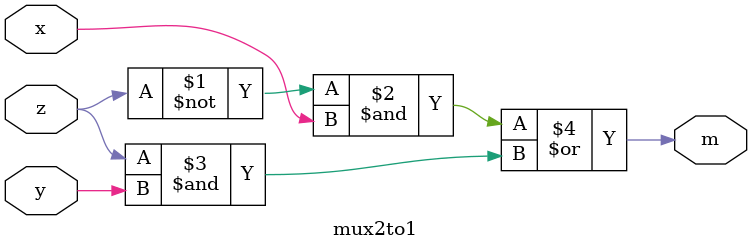
<source format=v>
module ripple_carry_adder(SW, LEDR);
    input [8:0] SW;
    output [4:0] LEDR;

    rc_adder a0(
        .A(SW[7:4]),
        .B(SW[3:0]),
        .cin(SW[8:8]),
        .S(LEDR[3:0]),
        .cout(LEDR[4:4])
        );

endmodule

module rc_adder(A, B, cin, S, cout);
    input [3:0] A;
    input [3:0] B;
    input cin;
    output [3:0] S;
    output cout;
    wire [2:0] carry;

    full_adder u0(
        .cin(cin),
        .a(A[0]),
        .b(B[0]),
        .s(S[0]),
        .cout(carry[0])
        );

    full_adder u1(
        .cin(carry[0]),
        .a(A[1]),
        .b(B[1]),
        .s(S[1]),
        .cout(carry[1])
        );

    full_adder u2(
        .cin(carry[1]),
        .a(A[2]),
        .b(B[2]),
        .s(S[2]),
        .cout(carry[2])
        );

    full_adder u4(
        .cin(carry[2]),
        .a(A[3]),
        .b(B[3]),
        .s(S[3]),
        .cout(cout)
        );
endmodule

module full_adder(cin, a, b, s, cout);
    input cin;
    input a;
    input b;
    output s;
    output cout;
    wire w;

    assign s = cin ^ a ^ b;
    assign w = a ^ b;

    mux2to1 u1(
        .x(b),
        .y(cin),
        .z(w),
        .m(cout)
        );
endmodule

module mux2to1(x, y, z, m);
    input x;
    input y;
    input z;
    output m;

    assign m = (~z & x) | (z & y);
endmodule

</source>
